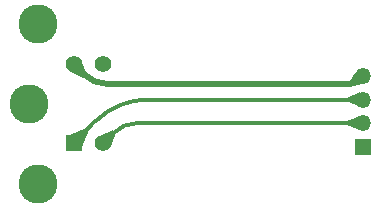
<source format=gbr>
%TF.GenerationSoftware,KiCad,Pcbnew,7.0.9-1.fc39*%
%TF.CreationDate,2023-12-29T10:16:04-08:00*%
%TF.ProjectId,M0116,4d303131-362e-46b6-9963-61645f706362,rev?*%
%TF.SameCoordinates,Original*%
%TF.FileFunction,Copper,L1,Top*%
%TF.FilePolarity,Positive*%
%FSLAX46Y46*%
G04 Gerber Fmt 4.6, Leading zero omitted, Abs format (unit mm)*
G04 Created by KiCad (PCBNEW 7.0.9-1.fc39) date 2023-12-29 10:16:04*
%MOMM*%
%LPD*%
G01*
G04 APERTURE LIST*
%TA.AperFunction,ComponentPad*%
%ADD10R,1.350000X1.350000*%
%TD*%
%TA.AperFunction,ComponentPad*%
%ADD11O,1.350000X1.350000*%
%TD*%
%TA.AperFunction,ComponentPad*%
%ADD12R,1.398000X1.398000*%
%TD*%
%TA.AperFunction,ComponentPad*%
%ADD13C,1.398000*%
%TD*%
%TA.AperFunction,ComponentPad*%
%ADD14C,3.306000*%
%TD*%
%TA.AperFunction,Conductor*%
%ADD15C,0.300000*%
%TD*%
%TA.AperFunction,Conductor*%
%ADD16C,0.500000*%
%TD*%
G04 APERTURE END LIST*
D10*
%TO.P,J2,1,Pin_1*%
%TO.N,GND*%
X133000000Y-112000000D03*
D11*
%TO.P,J2,2,Pin_2*%
%TO.N,JST-D-*%
X133000000Y-110000000D03*
%TO.P,J2,3,Pin_3*%
%TO.N,JST-D+*%
X133000000Y-108000000D03*
%TO.P,J2,4,Pin_4*%
%TO.N,VBUS*%
X133000000Y-106000000D03*
%TD*%
D12*
%TO.P,ADB-FEM1,1,1*%
%TO.N,JST-D+*%
X108510000Y-111700000D03*
D13*
%TO.P,ADB-FEM1,2,2*%
%TO.N,VBUS*%
X108510000Y-105000000D03*
%TO.P,ADB-FEM1,3,3*%
%TO.N,JST-D-*%
X111000000Y-111700000D03*
%TO.P,ADB-FEM1,4,4*%
%TO.N,GND*%
X111000000Y-105000000D03*
D14*
%TO.P,ADB-FEM1,5,SH*%
%TO.N,unconnected-(ADB-FEM1-SH-Pad5)*%
X104700000Y-108350000D03*
%TO.P,ADB-FEM1,6,SH*%
X105510000Y-101590000D03*
%TO.P,ADB-FEM1,7,SH*%
X105510000Y-115110000D03*
%TD*%
D15*
%TO.N,JST-D+*%
X114826295Y-108000000D02*
X133000000Y-108000000D01*
X110360000Y-109850000D02*
X108510000Y-111700000D01*
X114826295Y-107999998D02*
G75*
G03*
X110360000Y-109850000I5J-6316302D01*
G01*
%TO.N,JST-D-*%
X111850000Y-110850000D02*
X111000000Y-111700000D01*
X113902081Y-110000000D02*
X133000000Y-110000000D01*
X113902081Y-109999993D02*
G75*
G03*
X111850000Y-110850000I19J-2902107D01*
G01*
D16*
%TO.N,VBUS*%
X132662500Y-106337500D02*
X133000000Y-106000000D01*
X109347500Y-105837500D02*
X108510000Y-105000000D01*
X111369403Y-106675000D02*
X131847702Y-106675000D01*
X131847702Y-106675001D02*
G75*
G03*
X132662500Y-106337500I-2J1152301D01*
G01*
X109347499Y-105837501D02*
G75*
G03*
X111369403Y-106675000I2021901J2021901D01*
G01*
%TD*%
%TA.AperFunction,Conductor*%
%TO.N,JST-D-*%
G36*
X132746180Y-109387185D02*
G01*
X132746250Y-109387350D01*
X132999132Y-109995508D01*
X132999144Y-110004461D01*
X132999134Y-110004487D01*
X132999132Y-110004492D01*
X132746250Y-110612649D01*
X132739910Y-110618973D01*
X132730955Y-110618960D01*
X132730790Y-110618890D01*
X131657043Y-110153055D01*
X131650818Y-110146619D01*
X131650000Y-110142322D01*
X131650000Y-109857677D01*
X131653427Y-109849404D01*
X131657041Y-109846945D01*
X132730791Y-109381108D01*
X132739744Y-109380960D01*
X132746180Y-109387185D01*
G37*
%TD.AperFunction*%
%TD*%
%TA.AperFunction,Conductor*%
%TO.N,JST-D+*%
G36*
X109602840Y-110406306D02*
G01*
X109803693Y-110607159D01*
X109807120Y-110615432D01*
X109806145Y-110620109D01*
X109213584Y-111979019D01*
X109207136Y-111985232D01*
X109198395Y-111985157D01*
X108513788Y-111702562D01*
X108507448Y-111696238D01*
X108507437Y-111696211D01*
X108224842Y-111011603D01*
X108224853Y-111002648D01*
X108230978Y-110996415D01*
X109589892Y-110403853D01*
X109598844Y-110403689D01*
X109602840Y-110406306D01*
G37*
%TD.AperFunction*%
%TD*%
%TA.AperFunction,Conductor*%
%TO.N,JST-D-*%
G36*
X111884300Y-110608362D02*
G01*
X111887874Y-110610804D01*
X112089195Y-110812125D01*
X112092622Y-110820398D01*
X112091821Y-110824652D01*
X111650128Y-111956385D01*
X111643928Y-111962846D01*
X111634975Y-111963030D01*
X111634766Y-111962946D01*
X111003789Y-111702562D01*
X110997449Y-111696239D01*
X110997437Y-111696210D01*
X110737053Y-111065231D01*
X110737065Y-111056278D01*
X110743405Y-111049955D01*
X110743529Y-111049904D01*
X111875348Y-110608178D01*
X111884300Y-110608362D01*
G37*
%TD.AperFunction*%
%TD*%
%TA.AperFunction,Conductor*%
%TO.N,VBUS*%
G36*
X109154533Y-104736730D02*
G01*
X109160583Y-104742458D01*
X109671711Y-105804279D01*
X109672212Y-105813220D01*
X109669442Y-105817627D01*
X109327627Y-106159442D01*
X109319354Y-106162869D01*
X109314279Y-106161711D01*
X108252458Y-105650583D01*
X108246490Y-105643907D01*
X108246717Y-105635580D01*
X108507438Y-105003787D01*
X108513758Y-104997450D01*
X109145580Y-104736718D01*
X109154533Y-104736730D01*
G37*
%TD.AperFunction*%
%TD*%
%TA.AperFunction,Conductor*%
%TO.N,JST-D+*%
G36*
X132746180Y-107387185D02*
G01*
X132746250Y-107387350D01*
X132999132Y-107995508D01*
X132999144Y-108004461D01*
X132999134Y-108004487D01*
X132999132Y-108004492D01*
X132746250Y-108612649D01*
X132739910Y-108618973D01*
X132730955Y-108618960D01*
X132730790Y-108618890D01*
X131657043Y-108153055D01*
X131650818Y-108146619D01*
X131650000Y-108142322D01*
X131650000Y-107857677D01*
X131653427Y-107849404D01*
X131657041Y-107846945D01*
X132730791Y-107381108D01*
X132739744Y-107380960D01*
X132746180Y-107387185D01*
G37*
%TD.AperFunction*%
%TD*%
%TA.AperFunction,Conductor*%
%TO.N,VBUS*%
G36*
X132385337Y-105745392D02*
G01*
X132996508Y-105998142D01*
X133002844Y-106004470D01*
X133002853Y-106004491D01*
X133253026Y-106610810D01*
X133253013Y-106619765D01*
X133246673Y-106626089D01*
X133244798Y-106626683D01*
X131943882Y-106921759D01*
X131935056Y-106920247D01*
X131929884Y-106912937D01*
X131929594Y-106910349D01*
X131929594Y-106428486D01*
X131931501Y-106422083D01*
X132371077Y-105749800D01*
X132378471Y-105744753D01*
X132385337Y-105745392D01*
G37*
%TD.AperFunction*%
%TD*%
M02*

</source>
